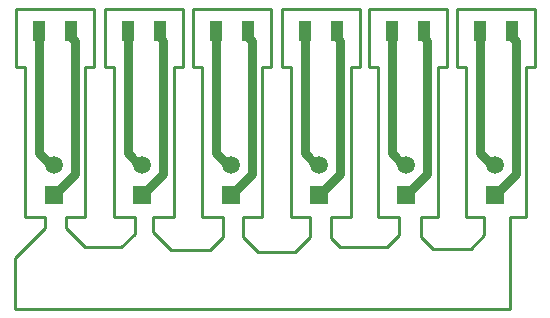
<source format=gtl>
G04*
G04 #@! TF.GenerationSoftware,Altium Limited,Altium Designer,18.1.9 (240)*
G04*
G04 Layer_Physical_Order=1*
G04 Layer_Color=255*
%FSLAX25Y25*%
%MOIN*%
G70*
G01*
G75*
%ADD10R,0.04331X0.06693*%
%ADD11C,0.03000*%
%ADD12C,0.01000*%
%ADD13C,0.05906*%
%ADD14R,0.05906X0.05906*%
D10*
X155235Y92500D02*
D03*
X165865D02*
D03*
X125735D02*
D03*
X136365D02*
D03*
X96735D02*
D03*
X107365D02*
D03*
X67235D02*
D03*
X77865D02*
D03*
X8235D02*
D03*
X18865D02*
D03*
X48365D02*
D03*
X37735D02*
D03*
D11*
X159050Y48000D02*
X160050D01*
Y38000D02*
X167050Y45000D01*
X165865Y90500D02*
X167050Y89315D01*
Y45000D02*
Y89315D01*
X155235Y51815D02*
X159050Y48000D01*
X155235Y51815D02*
Y90500D01*
X125735Y51815D02*
Y90500D01*
Y51815D02*
X129550Y48000D01*
X137550Y45000D02*
Y89315D01*
X136365Y90500D02*
X137550Y89315D01*
X130550Y38000D02*
X137550Y45000D01*
X129550Y48000D02*
X130550D01*
X100550D02*
X101550D01*
Y38000D02*
X108550Y45000D01*
X107365Y90500D02*
X108550Y89315D01*
Y45000D02*
Y89315D01*
X96735Y51815D02*
X100550Y48000D01*
X96735Y51815D02*
Y90500D01*
X67235Y51815D02*
Y90500D01*
Y51815D02*
X71050Y48000D01*
X79050Y45000D02*
Y89315D01*
X77865Y90500D02*
X79050Y89315D01*
X72050Y38000D02*
X79050Y45000D01*
X71050Y48000D02*
X72050D01*
X12050D02*
X13050D01*
Y38000D02*
X20050Y45000D01*
X18865Y90500D02*
X20050Y89315D01*
Y45000D02*
Y89315D01*
X8235Y51815D02*
X12050Y48000D01*
X8235Y51815D02*
Y90500D01*
X37735Y51815D02*
Y90500D01*
Y51815D02*
X41550Y48000D01*
X49550Y45000D02*
Y89315D01*
X48365Y90500D02*
X49550Y89315D01*
X42550Y38000D02*
X49550Y45000D01*
X41550Y48000D02*
X42550D01*
D12*
X165000Y30500D02*
X170550D01*
X150550D02*
X156500D01*
X135500D02*
X141050D01*
X121050D02*
X128000D01*
X105500D02*
X112050D01*
X92050D02*
X98500D01*
X76000D02*
X82550D01*
X62550D02*
X69500D01*
X46000D02*
X53050D01*
X33050D02*
X40000D01*
X17000D02*
X23550D01*
X3550D02*
X10000D01*
X17000Y27000D02*
Y30500D01*
Y27000D02*
X23500Y20500D01*
X35500D01*
X40000Y25000D01*
Y30500D01*
X46000Y25500D02*
Y30500D01*
Y25500D02*
X52000Y19500D01*
X65000D01*
X69500Y24000D01*
Y30500D01*
X76000Y24000D02*
Y30500D01*
Y24000D02*
X81000Y19000D01*
X93500D01*
X98500Y24000D01*
Y30500D01*
X105500Y23500D02*
Y30500D01*
Y23500D02*
X108500Y20500D01*
X124000D01*
X128000Y24500D01*
Y30500D01*
X135500Y24000D02*
Y30500D01*
Y24000D02*
X139500Y20000D01*
X152000D01*
X156500Y24500D01*
Y30500D01*
X165000Y24500D02*
Y30500D01*
Y0D02*
Y24500D01*
X0Y0D02*
X165000D01*
X0D02*
Y17000D01*
X10000Y27000D01*
Y30500D01*
X170550D02*
Y80500D01*
X150550Y30500D02*
Y80500D01*
X147550D02*
X150550D01*
X147550D02*
Y100000D01*
X170550Y80500D02*
X173550D01*
Y100000D01*
X147550D02*
X173550D01*
X118050D02*
X144050D01*
Y80500D02*
Y100000D01*
X141050Y80500D02*
X144050D01*
X118050D02*
Y100000D01*
Y80500D02*
X121050D01*
Y30500D02*
Y80500D01*
X141050Y30500D02*
Y80500D01*
X112050Y30500D02*
Y80500D01*
X92050Y30500D02*
Y80500D01*
X89050D02*
X92050D01*
X89050D02*
Y100000D01*
X112050Y80500D02*
X115050D01*
Y100000D01*
X89050D02*
X115050D01*
X59550D02*
X85550D01*
Y80500D02*
Y100000D01*
X82550Y80500D02*
X85550D01*
X59550D02*
Y100000D01*
Y80500D02*
X62550D01*
Y30500D02*
Y80500D01*
X82550Y30500D02*
Y80500D01*
X23550Y30500D02*
Y80500D01*
X3550Y30500D02*
Y80500D01*
X550D02*
X3550D01*
X550D02*
Y100000D01*
X23550Y80500D02*
X26550D01*
Y100000D01*
X550D02*
X26550D01*
X30050D02*
X56050D01*
Y80500D02*
Y100000D01*
X53050Y80500D02*
X56050D01*
X30050D02*
Y100000D01*
Y80500D02*
X33050D01*
Y30500D02*
Y80500D01*
X53050Y30500D02*
Y80500D01*
D13*
X160050Y48000D02*
D03*
X130550D02*
D03*
X101550D02*
D03*
X72050D02*
D03*
X13050D02*
D03*
X42550D02*
D03*
D14*
X160050Y38000D02*
D03*
X130550D02*
D03*
X101550D02*
D03*
X72050D02*
D03*
X13050D02*
D03*
X42550D02*
D03*
M02*

</source>
